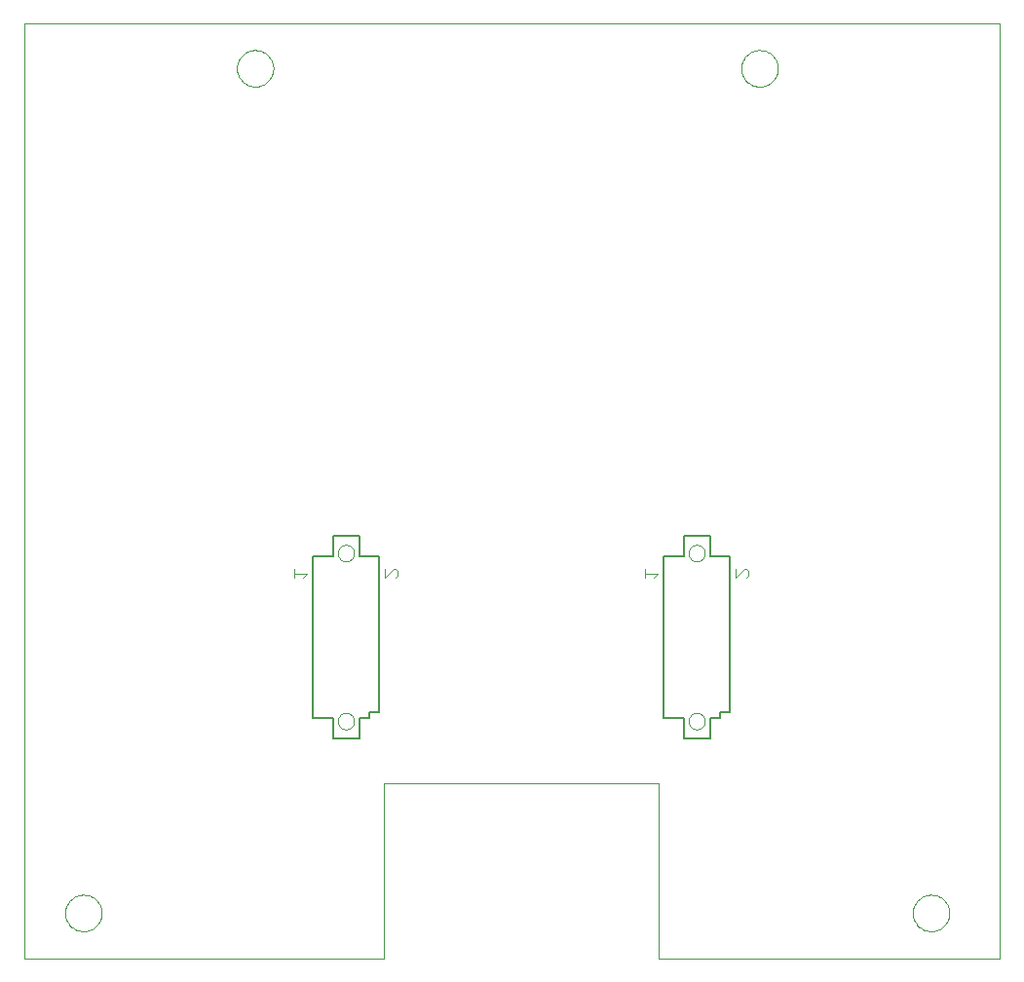
<source format=gbo>
G75*
%MOIN*%
%OFA0B0*%
%FSLAX24Y24*%
%IPPOS*%
%LPD*%
%AMOC8*
5,1,8,0,0,1.08239X$1,22.5*
%
%ADD10C,0.0000*%
%ADD11C,0.0050*%
%ADD12C,0.0040*%
D10*
X000180Y000180D02*
X000180Y032176D01*
X033550Y032176D01*
X033550Y000180D01*
X021880Y000180D01*
X021880Y006180D01*
X012480Y006180D01*
X012480Y000180D01*
X000180Y000180D01*
X001575Y001740D02*
X001577Y001790D01*
X001583Y001839D01*
X001593Y001888D01*
X001606Y001935D01*
X001624Y001982D01*
X001645Y002027D01*
X001669Y002070D01*
X001697Y002111D01*
X001728Y002150D01*
X001762Y002186D01*
X001799Y002220D01*
X001839Y002250D01*
X001880Y002277D01*
X001924Y002301D01*
X001969Y002321D01*
X002016Y002337D01*
X002064Y002350D01*
X002113Y002359D01*
X002163Y002364D01*
X002212Y002365D01*
X002262Y002362D01*
X002311Y002355D01*
X002360Y002344D01*
X002407Y002330D01*
X002453Y002311D01*
X002498Y002289D01*
X002541Y002264D01*
X002581Y002235D01*
X002619Y002203D01*
X002655Y002169D01*
X002688Y002131D01*
X002717Y002091D01*
X002743Y002049D01*
X002766Y002005D01*
X002785Y001959D01*
X002801Y001912D01*
X002813Y001863D01*
X002821Y001814D01*
X002825Y001765D01*
X002825Y001715D01*
X002821Y001666D01*
X002813Y001617D01*
X002801Y001568D01*
X002785Y001521D01*
X002766Y001475D01*
X002743Y001431D01*
X002717Y001389D01*
X002688Y001349D01*
X002655Y001311D01*
X002619Y001277D01*
X002581Y001245D01*
X002541Y001216D01*
X002498Y001191D01*
X002453Y001169D01*
X002407Y001150D01*
X002360Y001136D01*
X002311Y001125D01*
X002262Y001118D01*
X002212Y001115D01*
X002163Y001116D01*
X002113Y001121D01*
X002064Y001130D01*
X002016Y001143D01*
X001969Y001159D01*
X001924Y001179D01*
X001880Y001203D01*
X001839Y001230D01*
X001799Y001260D01*
X001762Y001294D01*
X001728Y001330D01*
X001697Y001369D01*
X001669Y001410D01*
X001645Y001453D01*
X001624Y001498D01*
X001606Y001545D01*
X001593Y001592D01*
X001583Y001641D01*
X001577Y001690D01*
X001575Y001740D01*
X010900Y008305D02*
X010902Y008338D01*
X010908Y008371D01*
X010918Y008402D01*
X010931Y008433D01*
X010948Y008461D01*
X010968Y008488D01*
X010991Y008512D01*
X011017Y008532D01*
X011045Y008550D01*
X011075Y008564D01*
X011106Y008575D01*
X011139Y008582D01*
X011172Y008585D01*
X011205Y008584D01*
X011238Y008579D01*
X011270Y008570D01*
X011300Y008558D01*
X011329Y008542D01*
X011356Y008522D01*
X011381Y008500D01*
X011403Y008475D01*
X011421Y008447D01*
X011436Y008418D01*
X011448Y008387D01*
X011456Y008355D01*
X011460Y008322D01*
X011460Y008288D01*
X011456Y008255D01*
X011448Y008223D01*
X011436Y008192D01*
X011421Y008163D01*
X011403Y008135D01*
X011381Y008110D01*
X011356Y008088D01*
X011329Y008068D01*
X011300Y008052D01*
X011270Y008040D01*
X011238Y008031D01*
X011205Y008026D01*
X011172Y008025D01*
X011139Y008028D01*
X011106Y008035D01*
X011075Y008046D01*
X011045Y008060D01*
X011017Y008078D01*
X010991Y008098D01*
X010968Y008122D01*
X010948Y008149D01*
X010931Y008177D01*
X010918Y008208D01*
X010908Y008239D01*
X010902Y008272D01*
X010900Y008305D01*
X010900Y014055D02*
X010902Y014088D01*
X010908Y014121D01*
X010918Y014152D01*
X010931Y014183D01*
X010948Y014211D01*
X010968Y014238D01*
X010991Y014262D01*
X011017Y014282D01*
X011045Y014300D01*
X011075Y014314D01*
X011106Y014325D01*
X011139Y014332D01*
X011172Y014335D01*
X011205Y014334D01*
X011238Y014329D01*
X011270Y014320D01*
X011300Y014308D01*
X011329Y014292D01*
X011356Y014272D01*
X011381Y014250D01*
X011403Y014225D01*
X011421Y014197D01*
X011436Y014168D01*
X011448Y014137D01*
X011456Y014105D01*
X011460Y014072D01*
X011460Y014038D01*
X011456Y014005D01*
X011448Y013973D01*
X011436Y013942D01*
X011421Y013913D01*
X011403Y013885D01*
X011381Y013860D01*
X011356Y013838D01*
X011329Y013818D01*
X011300Y013802D01*
X011270Y013790D01*
X011238Y013781D01*
X011205Y013776D01*
X011172Y013775D01*
X011139Y013778D01*
X011106Y013785D01*
X011075Y013796D01*
X011045Y013810D01*
X011017Y013828D01*
X010991Y013848D01*
X010968Y013872D01*
X010948Y013899D01*
X010931Y013927D01*
X010918Y013958D01*
X010908Y013989D01*
X010902Y014022D01*
X010900Y014055D01*
X022900Y014055D02*
X022902Y014088D01*
X022908Y014121D01*
X022918Y014152D01*
X022931Y014183D01*
X022948Y014211D01*
X022968Y014238D01*
X022991Y014262D01*
X023017Y014282D01*
X023045Y014300D01*
X023075Y014314D01*
X023106Y014325D01*
X023139Y014332D01*
X023172Y014335D01*
X023205Y014334D01*
X023238Y014329D01*
X023270Y014320D01*
X023300Y014308D01*
X023329Y014292D01*
X023356Y014272D01*
X023381Y014250D01*
X023403Y014225D01*
X023421Y014197D01*
X023436Y014168D01*
X023448Y014137D01*
X023456Y014105D01*
X023460Y014072D01*
X023460Y014038D01*
X023456Y014005D01*
X023448Y013973D01*
X023436Y013942D01*
X023421Y013913D01*
X023403Y013885D01*
X023381Y013860D01*
X023356Y013838D01*
X023329Y013818D01*
X023300Y013802D01*
X023270Y013790D01*
X023238Y013781D01*
X023205Y013776D01*
X023172Y013775D01*
X023139Y013778D01*
X023106Y013785D01*
X023075Y013796D01*
X023045Y013810D01*
X023017Y013828D01*
X022991Y013848D01*
X022968Y013872D01*
X022948Y013899D01*
X022931Y013927D01*
X022918Y013958D01*
X022908Y013989D01*
X022902Y014022D01*
X022900Y014055D01*
X022900Y008305D02*
X022902Y008338D01*
X022908Y008371D01*
X022918Y008402D01*
X022931Y008433D01*
X022948Y008461D01*
X022968Y008488D01*
X022991Y008512D01*
X023017Y008532D01*
X023045Y008550D01*
X023075Y008564D01*
X023106Y008575D01*
X023139Y008582D01*
X023172Y008585D01*
X023205Y008584D01*
X023238Y008579D01*
X023270Y008570D01*
X023300Y008558D01*
X023329Y008542D01*
X023356Y008522D01*
X023381Y008500D01*
X023403Y008475D01*
X023421Y008447D01*
X023436Y008418D01*
X023448Y008387D01*
X023456Y008355D01*
X023460Y008322D01*
X023460Y008288D01*
X023456Y008255D01*
X023448Y008223D01*
X023436Y008192D01*
X023421Y008163D01*
X023403Y008135D01*
X023381Y008110D01*
X023356Y008088D01*
X023329Y008068D01*
X023300Y008052D01*
X023270Y008040D01*
X023238Y008031D01*
X023205Y008026D01*
X023172Y008025D01*
X023139Y008028D01*
X023106Y008035D01*
X023075Y008046D01*
X023045Y008060D01*
X023017Y008078D01*
X022991Y008098D01*
X022968Y008122D01*
X022948Y008149D01*
X022931Y008177D01*
X022918Y008208D01*
X022908Y008239D01*
X022902Y008272D01*
X022900Y008305D01*
X030575Y001740D02*
X030577Y001790D01*
X030583Y001839D01*
X030593Y001888D01*
X030606Y001935D01*
X030624Y001982D01*
X030645Y002027D01*
X030669Y002070D01*
X030697Y002111D01*
X030728Y002150D01*
X030762Y002186D01*
X030799Y002220D01*
X030839Y002250D01*
X030880Y002277D01*
X030924Y002301D01*
X030969Y002321D01*
X031016Y002337D01*
X031064Y002350D01*
X031113Y002359D01*
X031163Y002364D01*
X031212Y002365D01*
X031262Y002362D01*
X031311Y002355D01*
X031360Y002344D01*
X031407Y002330D01*
X031453Y002311D01*
X031498Y002289D01*
X031541Y002264D01*
X031581Y002235D01*
X031619Y002203D01*
X031655Y002169D01*
X031688Y002131D01*
X031717Y002091D01*
X031743Y002049D01*
X031766Y002005D01*
X031785Y001959D01*
X031801Y001912D01*
X031813Y001863D01*
X031821Y001814D01*
X031825Y001765D01*
X031825Y001715D01*
X031821Y001666D01*
X031813Y001617D01*
X031801Y001568D01*
X031785Y001521D01*
X031766Y001475D01*
X031743Y001431D01*
X031717Y001389D01*
X031688Y001349D01*
X031655Y001311D01*
X031619Y001277D01*
X031581Y001245D01*
X031541Y001216D01*
X031498Y001191D01*
X031453Y001169D01*
X031407Y001150D01*
X031360Y001136D01*
X031311Y001125D01*
X031262Y001118D01*
X031212Y001115D01*
X031163Y001116D01*
X031113Y001121D01*
X031064Y001130D01*
X031016Y001143D01*
X030969Y001159D01*
X030924Y001179D01*
X030880Y001203D01*
X030839Y001230D01*
X030799Y001260D01*
X030762Y001294D01*
X030728Y001330D01*
X030697Y001369D01*
X030669Y001410D01*
X030645Y001453D01*
X030624Y001498D01*
X030606Y001545D01*
X030593Y001592D01*
X030583Y001641D01*
X030577Y001690D01*
X030575Y001740D01*
X024705Y030640D02*
X024707Y030690D01*
X024713Y030739D01*
X024723Y030788D01*
X024736Y030835D01*
X024754Y030882D01*
X024775Y030927D01*
X024799Y030970D01*
X024827Y031011D01*
X024858Y031050D01*
X024892Y031086D01*
X024929Y031120D01*
X024969Y031150D01*
X025010Y031177D01*
X025054Y031201D01*
X025099Y031221D01*
X025146Y031237D01*
X025194Y031250D01*
X025243Y031259D01*
X025293Y031264D01*
X025342Y031265D01*
X025392Y031262D01*
X025441Y031255D01*
X025490Y031244D01*
X025537Y031230D01*
X025583Y031211D01*
X025628Y031189D01*
X025671Y031164D01*
X025711Y031135D01*
X025749Y031103D01*
X025785Y031069D01*
X025818Y031031D01*
X025847Y030991D01*
X025873Y030949D01*
X025896Y030905D01*
X025915Y030859D01*
X025931Y030812D01*
X025943Y030763D01*
X025951Y030714D01*
X025955Y030665D01*
X025955Y030615D01*
X025951Y030566D01*
X025943Y030517D01*
X025931Y030468D01*
X025915Y030421D01*
X025896Y030375D01*
X025873Y030331D01*
X025847Y030289D01*
X025818Y030249D01*
X025785Y030211D01*
X025749Y030177D01*
X025711Y030145D01*
X025671Y030116D01*
X025628Y030091D01*
X025583Y030069D01*
X025537Y030050D01*
X025490Y030036D01*
X025441Y030025D01*
X025392Y030018D01*
X025342Y030015D01*
X025293Y030016D01*
X025243Y030021D01*
X025194Y030030D01*
X025146Y030043D01*
X025099Y030059D01*
X025054Y030079D01*
X025010Y030103D01*
X024969Y030130D01*
X024929Y030160D01*
X024892Y030194D01*
X024858Y030230D01*
X024827Y030269D01*
X024799Y030310D01*
X024775Y030353D01*
X024754Y030398D01*
X024736Y030445D01*
X024723Y030492D01*
X024713Y030541D01*
X024707Y030590D01*
X024705Y030640D01*
X007447Y030640D02*
X007449Y030690D01*
X007455Y030739D01*
X007465Y030788D01*
X007478Y030835D01*
X007496Y030882D01*
X007517Y030927D01*
X007541Y030970D01*
X007569Y031011D01*
X007600Y031050D01*
X007634Y031086D01*
X007671Y031120D01*
X007711Y031150D01*
X007752Y031177D01*
X007796Y031201D01*
X007841Y031221D01*
X007888Y031237D01*
X007936Y031250D01*
X007985Y031259D01*
X008035Y031264D01*
X008084Y031265D01*
X008134Y031262D01*
X008183Y031255D01*
X008232Y031244D01*
X008279Y031230D01*
X008325Y031211D01*
X008370Y031189D01*
X008413Y031164D01*
X008453Y031135D01*
X008491Y031103D01*
X008527Y031069D01*
X008560Y031031D01*
X008589Y030991D01*
X008615Y030949D01*
X008638Y030905D01*
X008657Y030859D01*
X008673Y030812D01*
X008685Y030763D01*
X008693Y030714D01*
X008697Y030665D01*
X008697Y030615D01*
X008693Y030566D01*
X008685Y030517D01*
X008673Y030468D01*
X008657Y030421D01*
X008638Y030375D01*
X008615Y030331D01*
X008589Y030289D01*
X008560Y030249D01*
X008527Y030211D01*
X008491Y030177D01*
X008453Y030145D01*
X008413Y030116D01*
X008370Y030091D01*
X008325Y030069D01*
X008279Y030050D01*
X008232Y030036D01*
X008183Y030025D01*
X008134Y030018D01*
X008084Y030015D01*
X008035Y030016D01*
X007985Y030021D01*
X007936Y030030D01*
X007888Y030043D01*
X007841Y030059D01*
X007796Y030079D01*
X007752Y030103D01*
X007711Y030130D01*
X007671Y030160D01*
X007634Y030194D01*
X007600Y030230D01*
X007569Y030269D01*
X007541Y030310D01*
X007517Y030353D01*
X007496Y030398D01*
X007478Y030445D01*
X007465Y030492D01*
X007455Y030541D01*
X007449Y030590D01*
X007447Y030640D01*
D11*
X010730Y014655D02*
X010730Y013955D01*
X010055Y013955D01*
X010055Y008405D01*
X010730Y008405D01*
X010730Y007705D01*
X011630Y007705D01*
X011630Y008405D01*
X011980Y008405D01*
X011980Y008605D01*
X012305Y008605D01*
X012305Y013955D01*
X011630Y013955D01*
X011630Y014655D01*
X010730Y014655D01*
X022055Y013955D02*
X022055Y008405D01*
X022730Y008405D01*
X022730Y007705D01*
X023630Y007705D01*
X023630Y008405D01*
X023980Y008405D01*
X023980Y008605D01*
X024305Y008605D01*
X024305Y013955D01*
X023630Y013955D01*
X023630Y014655D01*
X022730Y014655D01*
X022730Y013955D01*
X022055Y013955D01*
D12*
X021860Y013353D02*
X021400Y013353D01*
X021400Y013200D02*
X021400Y013507D01*
X021707Y013200D02*
X021860Y013353D01*
X024500Y013200D02*
X024807Y013507D01*
X024884Y013507D01*
X024960Y013430D01*
X024960Y013277D01*
X024884Y013200D01*
X024500Y013200D02*
X024500Y013507D01*
X012960Y013430D02*
X012960Y013277D01*
X012884Y013200D01*
X012960Y013430D02*
X012884Y013507D01*
X012807Y013507D01*
X012500Y013200D01*
X012500Y013507D01*
X009860Y013353D02*
X009400Y013353D01*
X009400Y013200D02*
X009400Y013507D01*
X009707Y013200D02*
X009860Y013353D01*
M02*

</source>
